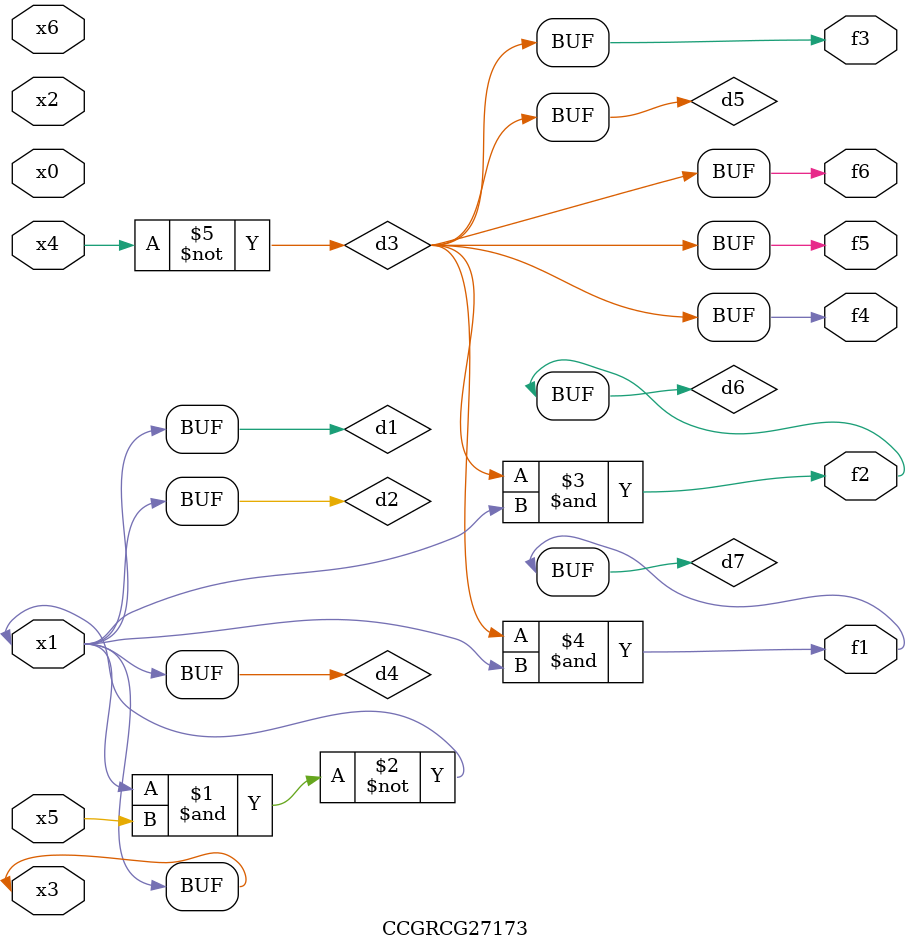
<source format=v>
module CCGRCG27173(
	input x0, x1, x2, x3, x4, x5, x6,
	output f1, f2, f3, f4, f5, f6
);

	wire d1, d2, d3, d4, d5, d6, d7;

	buf (d1, x1, x3);
	nand (d2, x1, x5);
	not (d3, x4);
	buf (d4, d1, d2);
	buf (d5, d3);
	and (d6, d3, d4);
	and (d7, d3, d4);
	assign f1 = d7;
	assign f2 = d6;
	assign f3 = d5;
	assign f4 = d5;
	assign f5 = d5;
	assign f6 = d5;
endmodule

</source>
